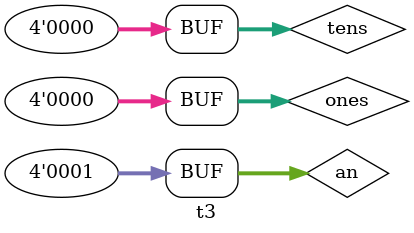
<source format=v>
`timescale 1ns / 1ps


module t3;

	// Inputs
	reg [3:0] tens;
	reg [3:0] ones;
	reg [3:0] an;

	// Outputs
	wire [7:0] led;

	// Instantiate the Unit Under Test (UUT)
	leddecoder uut (
		.tens(tens), 
		.ones(ones), 
		.an(an), 
		.led(led)
	);

	initial begin
		// Initialize Inputs
		tens = 0;
		ones = 0;
		an = 4'b0001;

		// Wait 100 ns for global reset to finish
		#100;
        
		// Add stimulus here

	end
      
endmodule


</source>
